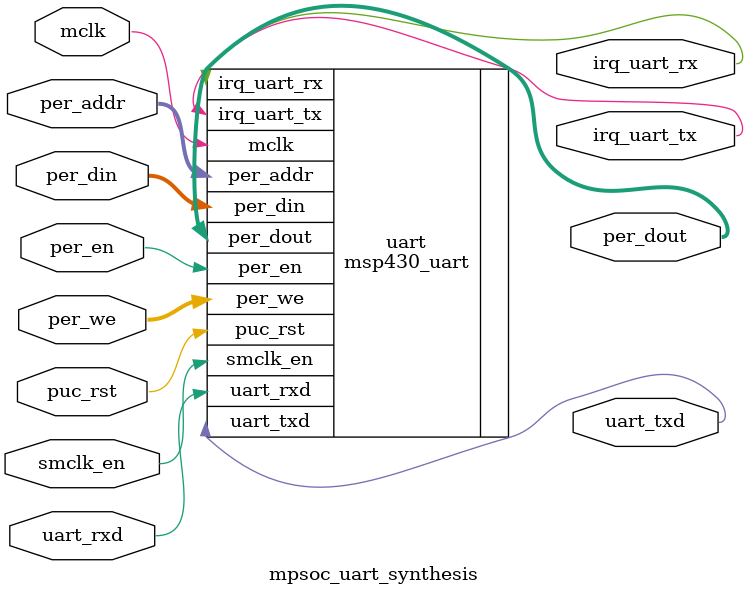
<source format=sv>

/* Copyright (c) 2018-2019 by the author(s)
 *
 * Permission is hereby granted, free of charge, to any person obtaining a copy
 * of this software and associated documentation files (the "Software"), to deal
 * in the Software without restriction, including without limitation the rights
 * to use, copy, modify, merge, publish, distribute, sublicense, and/or sell
 * copies of the Software, and to permit persons to whom the Software is
 * furnished to do so, subject to the following conditions:
 *
 * The above copyright notice and this permission notice shall be included in
 * all copies or substantial portions of the Software.
 *
 * THE SOFTWARE IS PROVIDED "AS IS", WITHOUT WARRANTY OF ANY KIND, EXPRESS OR
 * IMPLIED, INCLUDING BUT NOT LIMITED TO THE WARRANTIES OF MERCHANTABILITY,
 * FITNESS FOR A PARTICULAR PURPOSE AND NONINFRINGEMENT. IN NO EVENT SHALL THE
 * AUTHORS OR COPYRIGHT HOLDERS BE LIABLE FOR ANY CLAIM, DAMAGES OR OTHER
 * LIABILITY, WHETHER IN AN ACTION OF CONTRACT, TORT OR OTHERWISE, ARISING FROM,
 * OUT OF OR IN CONNECTION WITH THE SOFTWARE OR THE USE OR OTHER DEALINGS IN
 * THE SOFTWARE.
 *
 * =============================================================================
 * Author(s):
 *   Paco Reina Campo <pacoreinacampo@queenfield.tech>
 */

module mpsoc_uart_synthesis (
  input              mclk,         // Main system clock
  input              puc_rst,      // Main system reset

  input              smclk_en,     // SMCLK enable (from CPU)

  input       [13:0] per_addr,     // Peripheral address
  output      [15:0] per_dout,     // Peripheral data output
  input       [15:0] per_din,      // Peripheral data input
  input              per_en,       // Peripheral enable (high active)
  input       [ 1:0] per_we,       // Peripheral write enable (high active)

  output             irq_uart_rx,  // UART receive interrupt
  output             irq_uart_tx,  // UART transmit interrupt
  input              uart_rxd,     // UART Data Receive (RXD)
  output             uart_txd      // UART Data Transmit (TXD)
);

  //////////////////////////////////////////////////////////////////
  //
  // Module Body
  //

  //DUT BB
  msp430_uart uart (
    .mclk         (mclk),         // Main system clock
    .puc_rst      (puc_rst),      // Main system reset
	
    .smclk_en     (smclk_en),     // SMCLK enable (from CPU)

    .per_addr     (per_addr),     // Peripheral address
    .per_dout     (per_dout),     // Peripheral data output
    .per_din      (per_din),      // Peripheral data input
    .per_en       (per_en),       // Peripheral enable (high active)
    .per_we       (per_we),       // Peripheral write enable (high active)

    .irq_uart_rx  (irq_uart_rx),  // UART receive interrupt
    .irq_uart_tx  (irq_uart_tx),  // UART transmit interrupt
    .uart_rxd     (uart_rxd),     // UART Data Receive (RXD)
    .uart_txd     (uart_txd)      // UART Data Transmit (TXD)
  );
endmodule

</source>
